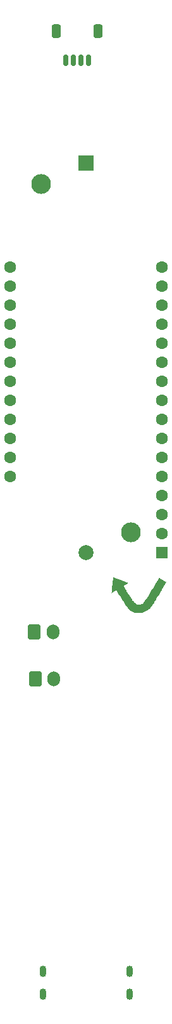
<source format=gbr>
%TF.GenerationSoftware,KiCad,Pcbnew,(6.0.4-0)*%
%TF.CreationDate,2022-12-23T17:02:00+01:00*%
%TF.ProjectId,ControllerBoard,436f6e74-726f-46c6-9c65-72426f617264,rev?*%
%TF.SameCoordinates,Original*%
%TF.FileFunction,Soldermask,Bot*%
%TF.FilePolarity,Negative*%
%FSLAX46Y46*%
G04 Gerber Fmt 4.6, Leading zero omitted, Abs format (unit mm)*
G04 Created by KiCad (PCBNEW (6.0.4-0)) date 2022-12-23 17:02:00*
%MOMM*%
%LPD*%
G01*
G04 APERTURE LIST*
G04 Aperture macros list*
%AMRoundRect*
0 Rectangle with rounded corners*
0 $1 Rounding radius*
0 $2 $3 $4 $5 $6 $7 $8 $9 X,Y pos of 4 corners*
0 Add a 4 corners polygon primitive as box body*
4,1,4,$2,$3,$4,$5,$6,$7,$8,$9,$2,$3,0*
0 Add four circle primitives for the rounded corners*
1,1,$1+$1,$2,$3*
1,1,$1+$1,$4,$5*
1,1,$1+$1,$6,$7*
1,1,$1+$1,$8,$9*
0 Add four rect primitives between the rounded corners*
20,1,$1+$1,$2,$3,$4,$5,0*
20,1,$1+$1,$4,$5,$6,$7,0*
20,1,$1+$1,$6,$7,$8,$9,0*
20,1,$1+$1,$8,$9,$2,$3,0*%
G04 Aperture macros list end*
%ADD10RoundRect,0.250000X-0.600000X-0.750000X0.600000X-0.750000X0.600000X0.750000X-0.600000X0.750000X0*%
%ADD11O,1.700000X2.000000*%
%ADD12R,1.600000X1.600000*%
%ADD13C,1.600000*%
%ADD14O,0.900000X1.500000*%
%ADD15RoundRect,0.150000X-0.150000X-0.625000X0.150000X-0.625000X0.150000X0.625000X-0.150000X0.625000X0*%
%ADD16RoundRect,0.250000X-0.350000X-0.650000X0.350000X-0.650000X0.350000X0.650000X-0.350000X0.650000X0*%
%ADD17C,2.640000*%
%ADD18R,2.000000X2.000000*%
%ADD19C,2.000000*%
G04 APERTURE END LIST*
%TO.C,PlasticScannerLogo*%
G36*
X114307799Y-118372450D02*
G01*
X114341465Y-118384338D01*
X114393439Y-118403441D01*
X114461782Y-118429009D01*
X114544555Y-118460290D01*
X114639820Y-118496531D01*
X114745639Y-118536981D01*
X114860072Y-118580888D01*
X114981182Y-118627501D01*
X115107029Y-118676068D01*
X115235676Y-118725837D01*
X115365183Y-118776056D01*
X115493613Y-118825974D01*
X115619027Y-118874838D01*
X115739486Y-118921898D01*
X115853051Y-118966402D01*
X115957785Y-119007597D01*
X116051749Y-119044732D01*
X116133003Y-119077055D01*
X116199611Y-119103815D01*
X116249632Y-119124259D01*
X116281129Y-119137637D01*
X116292163Y-119143196D01*
X116291268Y-119144663D01*
X116275739Y-119156778D01*
X116242869Y-119178951D01*
X116195191Y-119209571D01*
X116135239Y-119247030D01*
X116065547Y-119289715D01*
X115988651Y-119336019D01*
X115963880Y-119350853D01*
X115889049Y-119396168D01*
X115822271Y-119437348D01*
X115766070Y-119472787D01*
X115722969Y-119500879D01*
X115695491Y-119520018D01*
X115686159Y-119528596D01*
X115690994Y-119539081D01*
X115707220Y-119568831D01*
X115733580Y-119615150D01*
X115768783Y-119675880D01*
X115811543Y-119748858D01*
X115860569Y-119831926D01*
X115914574Y-119922921D01*
X115972269Y-120019685D01*
X116032365Y-120120056D01*
X116093573Y-120221874D01*
X116154604Y-120322979D01*
X116214171Y-120421210D01*
X116270984Y-120514407D01*
X116323755Y-120600409D01*
X116371195Y-120677055D01*
X116396433Y-120717493D01*
X116480227Y-120850215D01*
X116563592Y-120980032D01*
X116644834Y-121104416D01*
X116722261Y-121220838D01*
X116794180Y-121326770D01*
X116858897Y-121419685D01*
X116914721Y-121497053D01*
X116959957Y-121556346D01*
X117067427Y-121683696D01*
X117185355Y-121804970D01*
X117300612Y-121903095D01*
X117413809Y-121978351D01*
X117525552Y-122031018D01*
X117636453Y-122061375D01*
X117747118Y-122069704D01*
X117858157Y-122056285D01*
X117970178Y-122021398D01*
X118048274Y-121985146D01*
X118143690Y-121927073D01*
X118238298Y-121853357D01*
X118333616Y-121762526D01*
X118431162Y-121653108D01*
X118532454Y-121523629D01*
X118639010Y-121372617D01*
X118662572Y-121337342D01*
X118709751Y-121265181D01*
X118767475Y-121175471D01*
X118834608Y-121070054D01*
X118910011Y-120950770D01*
X118992547Y-120819461D01*
X119081078Y-120677967D01*
X119174468Y-120528129D01*
X119271578Y-120371787D01*
X119371271Y-120210782D01*
X119472410Y-120046956D01*
X119573857Y-119882149D01*
X119674475Y-119718201D01*
X119773126Y-119556955D01*
X119868673Y-119400249D01*
X119959978Y-119249926D01*
X120045905Y-119107825D01*
X120125314Y-118975789D01*
X120197070Y-118855657D01*
X120260034Y-118749270D01*
X120301509Y-118679294D01*
X120341139Y-118613485D01*
X120375450Y-118557588D01*
X120402761Y-118514311D01*
X120421388Y-118486360D01*
X120429650Y-118476442D01*
X120437420Y-118480082D01*
X120464189Y-118494560D01*
X120507901Y-118518948D01*
X120566434Y-118552039D01*
X120637670Y-118592630D01*
X120719488Y-118639515D01*
X120809768Y-118691490D01*
X120906390Y-118747350D01*
X120916530Y-118753224D01*
X121025547Y-118816450D01*
X121115649Y-118868933D01*
X121188564Y-118911803D01*
X121246017Y-118946189D01*
X121289735Y-118973220D01*
X121321444Y-118994024D01*
X121342870Y-119009731D01*
X121355741Y-119021470D01*
X121361781Y-119030368D01*
X121362718Y-119037557D01*
X121360278Y-119044163D01*
X121345900Y-119070554D01*
X121319562Y-119117841D01*
X121283815Y-119181388D01*
X121240028Y-119258803D01*
X121189568Y-119347693D01*
X121133803Y-119445665D01*
X121074101Y-119550325D01*
X121011829Y-119659282D01*
X120948355Y-119770142D01*
X120885048Y-119880512D01*
X120823274Y-119988000D01*
X120764401Y-120090212D01*
X120709798Y-120184756D01*
X120660832Y-120269239D01*
X120618870Y-120341267D01*
X120597434Y-120377903D01*
X120439554Y-120645731D01*
X120290473Y-120894870D01*
X120148633Y-121127835D01*
X120012474Y-121347141D01*
X119880438Y-121555303D01*
X119750964Y-121754836D01*
X119622493Y-121948255D01*
X119602065Y-121978570D01*
X119517880Y-122101290D01*
X119442225Y-122207280D01*
X119372401Y-122299911D01*
X119305710Y-122382554D01*
X119239454Y-122458582D01*
X119170935Y-122531364D01*
X119097455Y-122604273D01*
X119046403Y-122652095D01*
X118882366Y-122787436D01*
X118711375Y-122900826D01*
X118531561Y-122993135D01*
X118341059Y-123065231D01*
X118138000Y-123117985D01*
X117920519Y-123152264D01*
X117905291Y-123153852D01*
X117827095Y-123159387D01*
X117735739Y-123162600D01*
X117638632Y-123163493D01*
X117543177Y-123162064D01*
X117456783Y-123158315D01*
X117386855Y-123152246D01*
X117342042Y-123146232D01*
X117167364Y-123111455D01*
X117001661Y-123059165D01*
X116843518Y-122988439D01*
X116691517Y-122898356D01*
X116544241Y-122787994D01*
X116400272Y-122656432D01*
X116258193Y-122502746D01*
X116116587Y-122326017D01*
X116062049Y-122251991D01*
X115983429Y-122141354D01*
X115895888Y-122014552D01*
X115801085Y-121874196D01*
X115700681Y-121722896D01*
X115596336Y-121563263D01*
X115489709Y-121397908D01*
X115382461Y-121229442D01*
X115276250Y-121060475D01*
X115172737Y-120893618D01*
X115073582Y-120731483D01*
X114980445Y-120576679D01*
X114894985Y-120431818D01*
X114818862Y-120299510D01*
X114753737Y-120182367D01*
X114752048Y-120179280D01*
X114730478Y-120143010D01*
X114712116Y-120117383D01*
X114700777Y-120107775D01*
X114698277Y-120108615D01*
X114678411Y-120118728D01*
X114641562Y-120139097D01*
X114590365Y-120168215D01*
X114527459Y-120204572D01*
X114455479Y-120246660D01*
X114377063Y-120292970D01*
X114346496Y-120311091D01*
X114271009Y-120355685D01*
X114203468Y-120395365D01*
X114146403Y-120428660D01*
X114102347Y-120454095D01*
X114073831Y-120470197D01*
X114063386Y-120475494D01*
X114064102Y-120465490D01*
X114067120Y-120433248D01*
X114072308Y-120380411D01*
X114079490Y-120308683D01*
X114088494Y-120219769D01*
X114099144Y-120115374D01*
X114111267Y-119997204D01*
X114124688Y-119866962D01*
X114139235Y-119726355D01*
X114154733Y-119577086D01*
X114171007Y-119420861D01*
X114187740Y-119261254D01*
X114207943Y-119070989D01*
X114225986Y-118904127D01*
X114241900Y-118760397D01*
X114255719Y-118639525D01*
X114267473Y-118541241D01*
X114277195Y-118465271D01*
X114284917Y-118411343D01*
X114290670Y-118379185D01*
X114294487Y-118368524D01*
X114307799Y-118372450D01*
G37*
%TD*%
D10*
%TO.C,X1*%
X103830000Y-131950000D03*
D11*
X106330000Y-131950000D03*
%TD*%
D12*
%TO.C,A1*%
X120796500Y-115062000D03*
D13*
X120796500Y-112522000D03*
X120796500Y-109982000D03*
X120796500Y-107442000D03*
X120796500Y-104902000D03*
X120796500Y-102362000D03*
X120796500Y-99822000D03*
X120796500Y-97282000D03*
X120796500Y-94742000D03*
X120796500Y-92202000D03*
X120796500Y-89662000D03*
X120796500Y-87122000D03*
X120796500Y-84582000D03*
X120796500Y-82042000D03*
X120796500Y-79502000D03*
X120796500Y-76962000D03*
X100476500Y-76962000D03*
X100476500Y-79502000D03*
X100476500Y-82042000D03*
X100476500Y-84582000D03*
X100476500Y-87122000D03*
X100476500Y-89662000D03*
X100476500Y-92202000D03*
X100476500Y-94742000D03*
X100476500Y-97282000D03*
X100476500Y-99822000D03*
X100476500Y-102362000D03*
X100476500Y-104902000D03*
%TD*%
D10*
%TO.C,X2*%
X103720000Y-125710000D03*
D11*
X106220000Y-125710000D03*
%TD*%
D14*
%TO.C,J2*%
X104850000Y-174000000D03*
X116450000Y-174000000D03*
X104850000Y-171000000D03*
X116450000Y-171000000D03*
%TD*%
D15*
%TO.C,CONN2*%
X107974000Y-49371000D03*
X108974000Y-49371000D03*
X109974000Y-49371000D03*
X110974000Y-49371000D03*
D16*
X106674000Y-45496000D03*
X112274000Y-45496000D03*
%TD*%
D17*
%TO.C,BT1*%
X104622000Y-65869000D03*
X116612000Y-112349000D03*
D18*
X110617000Y-63119000D03*
D19*
X110617000Y-115109000D03*
%TD*%
M02*

</source>
